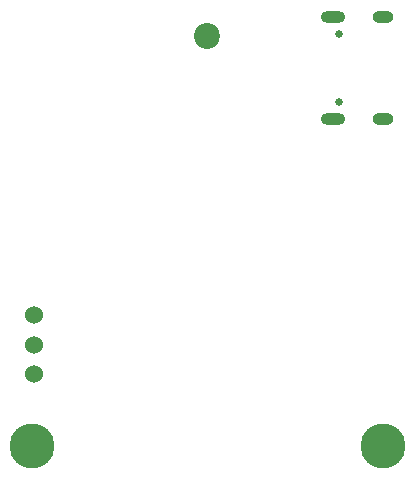
<source format=gbr>
%TF.GenerationSoftware,KiCad,Pcbnew,9.0.0*%
%TF.CreationDate,2025-03-07T19:36:39+09:00*%
%TF.ProjectId,hotdoggu_smolSlimeVR,686f7464-6f67-4677-955f-736d6f6c536c,rev?*%
%TF.SameCoordinates,Original*%
%TF.FileFunction,Soldermask,Bot*%
%TF.FilePolarity,Negative*%
%FSLAX46Y46*%
G04 Gerber Fmt 4.6, Leading zero omitted, Abs format (unit mm)*
G04 Created by KiCad (PCBNEW 9.0.0) date 2025-03-07 19:36:39*
%MOMM*%
%LPD*%
G01*
G04 APERTURE LIST*
%ADD10O,1.800000X1.000000*%
%ADD11O,2.100000X1.000000*%
%ADD12C,0.650000*%
%ADD13C,3.800000*%
%ADD14C,2.600000*%
%ADD15C,1.524000*%
%ADD16C,2.200000*%
G04 APERTURE END LIST*
D10*
%TO.C,J1*%
X180475000Y-65980000D03*
D11*
X176295000Y-65980000D03*
D10*
X180475000Y-74620000D03*
D11*
X176295000Y-74620000D03*
D12*
X176795000Y-73190000D03*
X176795000Y-67410000D03*
%TD*%
D13*
%TO.C,H1*%
X150800000Y-102300000D03*
D14*
X150800000Y-102300000D03*
%TD*%
D15*
%TO.C,SW1*%
X150900000Y-96200000D03*
X150900000Y-93700000D03*
X150900000Y-91200000D03*
%TD*%
D16*
%TO.C,H2*%
X165600000Y-67600000D03*
%TD*%
D13*
%TO.C,H3*%
X180500000Y-102300000D03*
D14*
X180500000Y-102300000D03*
%TD*%
M02*

</source>
